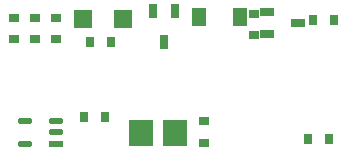
<source format=gtp>
%FSTAX24Y24*%
%MOIN*%
G70*
G01*
G75*
G04 Layer_Color=8421504*
%ADD10R,0.0374X0.0315*%
%ADD11R,0.0807X0.0886*%
%ADD12R,0.0492X0.0630*%
%ADD13R,0.0315X0.0374*%
%ADD14R,0.0472X0.0256*%
%ADD15R,0.0256X0.0472*%
%ADD16R,0.0630X0.0630*%
%ADD17O,0.0472X0.0217*%
%ADD18R,0.0472X0.0217*%
%ADD19C,0.0100*%
%ADD20C,0.0591*%
%ADD21R,0.0591X0.0591*%
%ADD22C,0.0472*%
%ADD23C,0.0551*%
%ADD24C,0.1575*%
%ADD25C,0.0709*%
%ADD26C,0.0320*%
%ADD27R,0.0630X0.0492*%
%ADD28O,0.0236X0.1204*%
%ADD29O,0.0236X0.1200*%
%ADD30R,0.0236X0.1200*%
%ADD31C,0.0197*%
%ADD32C,0.0079*%
%ADD33C,0.0080*%
%ADD34C,0.0039*%
%ADD35C,0.0004*%
D10*
X245465Y145326D02*
D03*
Y146034D02*
D03*
X243774Y141741D02*
D03*
Y14245D02*
D03*
X23885Y145904D02*
D03*
Y145196D02*
D03*
X23815Y145904D02*
D03*
Y145196D02*
D03*
X23745Y145904D02*
D03*
Y145196D02*
D03*
D11*
X24281Y142056D02*
D03*
X241688D02*
D03*
D12*
X244994Y145944D02*
D03*
X243636D02*
D03*
D13*
X247239Y14185D02*
D03*
X247948D02*
D03*
X247426Y145816D02*
D03*
X248135D02*
D03*
X24068Y145096D02*
D03*
X239972D02*
D03*
X239792Y142606D02*
D03*
X2405D02*
D03*
D14*
X245884Y145352D02*
D03*
Y1461D02*
D03*
X246928Y145726D02*
D03*
D15*
X242082Y146132D02*
D03*
X24283D02*
D03*
X242456Y145087D02*
D03*
D16*
X239749Y145847D02*
D03*
X241087D02*
D03*
D17*
X238844Y14246D02*
D03*
Y142086D02*
D03*
X23781Y14246D02*
D03*
Y141712D02*
D03*
D18*
X238844Y141712D02*
D03*
M02*

</source>
